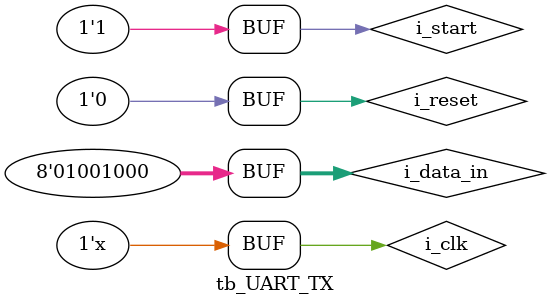
<source format=v>
`timescale 1ns / 1ps

module tb_UART_TX();
    reg i_clk;
    reg i_reset;
    reg i_start;
    reg [7:0] i_data_in;
    wire o_data_out;

    UART_TX DUT(
    .i_clk(i_clk),
    .i_reset(i_reset),
    .i_start(i_start),
    .i_data_in(i_data_in),
    .o_data_out(o_data_out)
    );

    always #5 i_clk = ~i_clk;

    initial begin
        i_clk = 1'b0;
        i_reset = 1'b0;
        
        /* Transmit 'K' to Bluetooth Module */
        i_data_in = 8'h4B;      // 0x4B --> 'K'
        i_start = 1'b1;

        /* Transmit 'J' to Bluetooth Module */
        #1050000
        i_data_in = 8'h4A;      // 0x4A --> 'J'
        i_start = 1'b0;
        #1000000 
        i_start = 1'b1;

        /* Transmit 'H' to Bluetooth Module */
        #1050000
        i_data_in = 8'h48;      // 0x48 --> 'H'
        i_start = 1'b0;
        #1000000 
        i_start = 1'b1;
    end
endmodule

</source>
